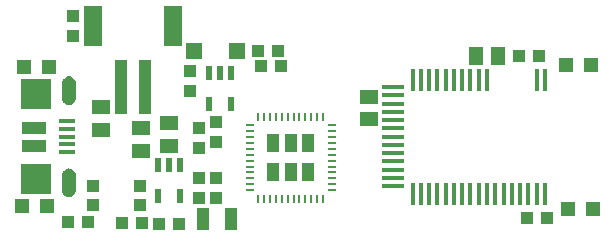
<source format=gbr>
G04 EAGLE Gerber RS-274X export*
G75*
%MOMM*%
%FSLAX34Y34*%
%LPD*%
%INSolderpaste Top*%
%IPPOS*%
%AMOC8*
5,1,8,0,0,1.08239X$1,22.5*%
G01*
%ADD10R,1.500000X1.240000*%
%ADD11R,1.000000X1.100000*%
%ADD12R,1.200000X1.200000*%
%ADD13R,1.100000X1.000000*%
%ADD14R,1.000000X1.000000*%
%ADD15R,1.350000X0.400000*%
%ADD16R,2.000000X1.000000*%
%ADD17R,2.500000X2.500000*%
%ADD18R,0.550000X1.200000*%
%ADD19R,1.400000X1.400000*%
%ADD20R,1.000000X4.600000*%
%ADD21R,1.600000X3.400000*%
%ADD22R,0.250000X0.750000*%
%ADD23R,0.750000X0.250000*%
%ADD24R,1.000000X1.500000*%
%ADD25R,1.100000X1.900000*%
%ADD26R,1.240000X1.500000*%
%ADD27R,0.450000X1.850000*%
%ADD28R,1.850000X0.450000*%

G36*
X53548Y141173D02*
X53548Y141173D01*
X54822Y141373D01*
X54869Y141390D01*
X54959Y141411D01*
X56155Y141889D01*
X56198Y141916D01*
X56281Y141956D01*
X57341Y142688D01*
X57377Y142724D01*
X57448Y142782D01*
X58319Y143732D01*
X58346Y143774D01*
X58403Y143847D01*
X59040Y144967D01*
X59057Y145014D01*
X59096Y145097D01*
X59469Y146331D01*
X59474Y146381D01*
X59494Y146471D01*
X59583Y147756D01*
X59581Y147776D01*
X59584Y147800D01*
X59584Y158800D01*
X59582Y158815D01*
X59583Y158835D01*
X59522Y159961D01*
X59511Y160008D01*
X59503Y160084D01*
X59222Y161177D01*
X59202Y161221D01*
X59180Y161294D01*
X58692Y162311D01*
X58664Y162350D01*
X58627Y162417D01*
X57950Y163320D01*
X57915Y163353D01*
X57866Y163411D01*
X57026Y164164D01*
X56985Y164190D01*
X56925Y164238D01*
X55954Y164812D01*
X55909Y164829D01*
X55842Y164865D01*
X54777Y165239D01*
X54730Y165247D01*
X54657Y165269D01*
X53540Y165428D01*
X53512Y165427D01*
X53360Y165428D01*
X52244Y165269D01*
X52198Y165254D01*
X52123Y165239D01*
X51058Y164865D01*
X51016Y164841D01*
X50946Y164812D01*
X49975Y164238D01*
X49938Y164206D01*
X49874Y164164D01*
X49034Y163411D01*
X49005Y163374D01*
X48950Y163320D01*
X48273Y162417D01*
X48251Y162374D01*
X48208Y162311D01*
X47720Y161294D01*
X47707Y161247D01*
X47678Y161177D01*
X47397Y160084D01*
X47394Y160036D01*
X47378Y159961D01*
X47317Y158835D01*
X47319Y158819D01*
X47316Y158800D01*
X47316Y147800D01*
X47319Y147785D01*
X47317Y147765D01*
X47378Y146639D01*
X47390Y146592D01*
X47397Y146516D01*
X47678Y145423D01*
X47698Y145379D01*
X47720Y145306D01*
X48208Y144289D01*
X48237Y144250D01*
X48273Y144183D01*
X48950Y143280D01*
X48985Y143247D01*
X49034Y143189D01*
X49874Y142436D01*
X49915Y142410D01*
X49975Y142362D01*
X50946Y141788D01*
X50991Y141771D01*
X51058Y141735D01*
X52123Y141361D01*
X52170Y141353D01*
X52244Y141331D01*
X53360Y141172D01*
X53361Y141172D01*
X53548Y141173D01*
G37*
G36*
X53548Y63173D02*
X53548Y63173D01*
X54822Y63373D01*
X54869Y63390D01*
X54959Y63411D01*
X56155Y63889D01*
X56198Y63916D01*
X56281Y63956D01*
X57341Y64688D01*
X57377Y64724D01*
X57448Y64782D01*
X58319Y65732D01*
X58346Y65774D01*
X58403Y65847D01*
X59040Y66967D01*
X59057Y67014D01*
X59096Y67097D01*
X59469Y68331D01*
X59474Y68381D01*
X59494Y68471D01*
X59583Y69756D01*
X59581Y69776D01*
X59584Y69800D01*
X59584Y80800D01*
X59582Y80815D01*
X59583Y80835D01*
X59522Y81961D01*
X59511Y82008D01*
X59503Y82084D01*
X59222Y83177D01*
X59202Y83221D01*
X59180Y83294D01*
X58692Y84311D01*
X58664Y84350D01*
X58627Y84417D01*
X57950Y85320D01*
X57915Y85353D01*
X57866Y85411D01*
X57026Y86164D01*
X56985Y86190D01*
X56925Y86238D01*
X55954Y86812D01*
X55909Y86829D01*
X55842Y86865D01*
X54777Y87239D01*
X54730Y87247D01*
X54657Y87269D01*
X53540Y87428D01*
X53512Y87427D01*
X53360Y87428D01*
X52244Y87269D01*
X52198Y87254D01*
X52123Y87239D01*
X51058Y86865D01*
X51016Y86841D01*
X50946Y86812D01*
X49975Y86238D01*
X49938Y86206D01*
X49874Y86164D01*
X49034Y85411D01*
X49005Y85374D01*
X48950Y85320D01*
X48273Y84417D01*
X48251Y84374D01*
X48208Y84311D01*
X47720Y83294D01*
X47707Y83247D01*
X47678Y83177D01*
X47397Y82084D01*
X47394Y82036D01*
X47378Y81961D01*
X47317Y80835D01*
X47319Y80819D01*
X47316Y80800D01*
X47316Y69800D01*
X47319Y69785D01*
X47317Y69765D01*
X47378Y68639D01*
X47390Y68592D01*
X47397Y68516D01*
X47678Y67423D01*
X47698Y67379D01*
X47720Y67306D01*
X48208Y66289D01*
X48237Y66250D01*
X48273Y66183D01*
X48950Y65280D01*
X48985Y65247D01*
X49034Y65189D01*
X49874Y64436D01*
X49915Y64410D01*
X49975Y64362D01*
X50946Y63788D01*
X50991Y63771D01*
X51058Y63735D01*
X52123Y63361D01*
X52170Y63353D01*
X52244Y63331D01*
X53360Y63172D01*
X53361Y63172D01*
X53548Y63173D01*
G37*
D10*
X80880Y120090D03*
X80880Y139090D03*
D11*
X164000Y105040D03*
X164000Y122040D03*
D10*
X138580Y125740D03*
X138580Y106740D03*
D12*
X15950Y173590D03*
X36950Y173590D03*
D13*
X98688Y40906D03*
X115688Y40906D03*
D11*
X57150Y216780D03*
X57150Y199780D03*
D14*
X73980Y56770D03*
X73980Y72770D03*
X113980Y72770D03*
X113980Y56770D03*
D15*
X52200Y127300D03*
X52200Y120800D03*
X52200Y114300D03*
X52200Y107800D03*
X52200Y101300D03*
D16*
X24450Y121800D03*
X24450Y106800D03*
D17*
X25450Y150300D03*
X25450Y78300D03*
D18*
X191110Y167941D03*
X181610Y167941D03*
X172110Y167941D03*
X172110Y141939D03*
X191110Y141939D03*
D19*
X196300Y186690D03*
X159300Y186690D03*
D20*
X97950Y156040D03*
X117950Y156040D03*
D21*
X73950Y208040D03*
X141950Y208040D03*
D18*
X147930Y90471D03*
X138430Y90471D03*
X128930Y90471D03*
X128930Y64469D03*
X147930Y64469D03*
D12*
X34630Y55880D03*
X13630Y55880D03*
D13*
X52460Y41910D03*
X69460Y41910D03*
D10*
X114300Y121260D03*
X114300Y102260D03*
D13*
X146930Y40640D03*
X129930Y40640D03*
X213750Y186690D03*
X230750Y186690D03*
X233290Y173990D03*
X216290Y173990D03*
D22*
X213800Y61770D03*
X218800Y61770D03*
X223800Y61770D03*
X228800Y61770D03*
X233800Y61770D03*
X238800Y61770D03*
X243800Y61770D03*
X248800Y61770D03*
X253800Y61770D03*
X258800Y61770D03*
X263800Y61770D03*
D23*
X276050Y69020D03*
X276050Y74020D03*
X276050Y79020D03*
X276050Y84020D03*
X276050Y89020D03*
X276050Y94020D03*
X276050Y99020D03*
X276050Y104020D03*
X276050Y109020D03*
X276050Y114020D03*
X276050Y119020D03*
D22*
X268800Y131270D03*
X263800Y131270D03*
X258800Y131270D03*
X253800Y131270D03*
X248800Y131270D03*
X243800Y131270D03*
X238800Y131270D03*
X233800Y131270D03*
X228800Y131270D03*
X223800Y131270D03*
X218800Y131270D03*
D23*
X206550Y124020D03*
X206550Y119020D03*
X206550Y114020D03*
X206550Y109020D03*
X206550Y104020D03*
X206550Y99020D03*
X206550Y94020D03*
X206550Y89020D03*
X206550Y84020D03*
X206550Y79020D03*
X206550Y74020D03*
D24*
X226300Y109020D03*
X241300Y109020D03*
X256300Y109020D03*
X256300Y84020D03*
X241300Y84020D03*
X226300Y84020D03*
D22*
X268800Y61770D03*
D23*
X276050Y124020D03*
D22*
X213800Y131270D03*
D23*
X206550Y69020D03*
D11*
X177800Y109610D03*
X177800Y126610D03*
X177800Y62620D03*
X177800Y79620D03*
X163830Y62620D03*
X163830Y79620D03*
D25*
X191070Y44450D03*
X167070Y44450D03*
D26*
X398170Y182880D03*
X417170Y182880D03*
D11*
X156210Y152790D03*
X156210Y169790D03*
D27*
X456560Y162550D03*
X449560Y162550D03*
X407560Y162550D03*
X400560Y162550D03*
X393560Y162550D03*
X386560Y162550D03*
X379560Y162550D03*
X372560Y162550D03*
X365560Y162550D03*
X358560Y162550D03*
X351560Y162550D03*
X344560Y162550D03*
D28*
X328310Y156300D03*
X328310Y149300D03*
X328310Y142300D03*
X328310Y135300D03*
X328310Y128300D03*
X328310Y121300D03*
X328310Y114300D03*
X328310Y107300D03*
X328310Y100300D03*
X328310Y93300D03*
X328310Y86300D03*
X328310Y79300D03*
X328310Y72300D03*
D27*
X344560Y66050D03*
X351560Y66050D03*
X358560Y66050D03*
X365560Y66050D03*
X372560Y66050D03*
X379560Y66050D03*
X386560Y66050D03*
X393560Y66050D03*
X400560Y66050D03*
X407560Y66050D03*
X414560Y66050D03*
X421560Y66050D03*
X428560Y66050D03*
X435560Y66050D03*
X442560Y66050D03*
X449560Y66050D03*
X456560Y66050D03*
D12*
X495640Y175260D03*
X474640Y175260D03*
X496910Y53340D03*
X475910Y53340D03*
D13*
X434730Y182880D03*
X451730Y182880D03*
X441080Y45720D03*
X458080Y45720D03*
D10*
X307340Y147930D03*
X307340Y128930D03*
M02*

</source>
